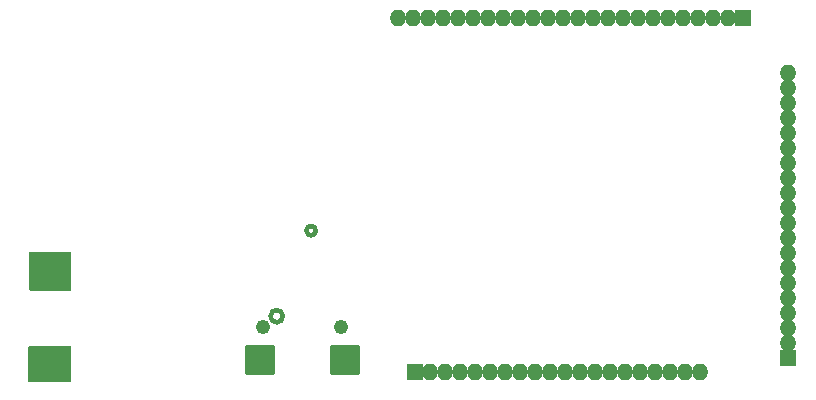
<source format=gbr>
G04 #@! TF.GenerationSoftware,KiCad,Pcbnew,9.0.1*
G04 #@! TF.CreationDate,2025-08-14T12:18:44-07:00*
G04 #@! TF.ProjectId,EL_PSU,454c5f50-5355-42e6-9b69-6361645f7063,rev?*
G04 #@! TF.SameCoordinates,Original*
G04 #@! TF.FileFunction,Soldermask,Bot*
G04 #@! TF.FilePolarity,Negative*
%FSLAX46Y46*%
G04 Gerber Fmt 4.6, Leading zero omitted, Abs format (unit mm)*
G04 Created by KiCad (PCBNEW 9.0.1) date 2025-08-14 12:18:44*
%MOMM*%
%LPD*%
G01*
G04 APERTURE LIST*
G04 Aperture macros list*
%AMRoundRect*
0 Rectangle with rounded corners*
0 $1 Rounding radius*
0 $2 $3 $4 $5 $6 $7 $8 $9 X,Y pos of 4 corners*
0 Add a 4 corners polygon primitive as box body*
4,1,4,$2,$3,$4,$5,$6,$7,$8,$9,$2,$3,0*
0 Add four circle primitives for the rounded corners*
1,1,$1+$1,$2,$3*
1,1,$1+$1,$4,$5*
1,1,$1+$1,$6,$7*
1,1,$1+$1,$8,$9*
0 Add four rect primitives between the rounded corners*
20,1,$1+$1,$2,$3,$4,$5,0*
20,1,$1+$1,$4,$5,$6,$7,0*
20,1,$1+$1,$6,$7,$8,$9,0*
20,1,$1+$1,$8,$9,$2,$3,0*%
G04 Aperture macros list end*
%ADD10C,0.400000*%
%ADD11C,1.244600*%
%ADD12RoundRect,0.050800X1.206500X-1.206500X1.206500X1.206500X-1.206500X1.206500X-1.206500X-1.206500X0*%
%ADD13RoundRect,0.200000X0.500000X0.500000X-0.500000X0.500000X-0.500000X-0.500000X0.500000X-0.500000X0*%
%ADD14O,1.400000X1.400000*%
%ADD15RoundRect,0.200000X0.500000X-0.500000X0.500000X0.500000X-0.500000X0.500000X-0.500000X-0.500000X0*%
%ADD16RoundRect,0.200000X-0.500000X0.500000X-0.500000X-0.500000X0.500000X-0.500000X0.500000X0.500000X0*%
G04 APERTURE END LIST*
D10*
X145308609Y-93218000D02*
G75*
G02*
X144505391Y-93218000I-401609J0D01*
G01*
X144505391Y-93218000D02*
G75*
G02*
X145308609Y-93218000I401609J0D01*
G01*
X142509634Y-100457000D02*
G75*
G02*
X141462366Y-100457000I-523634J0D01*
G01*
X141462366Y-100457000D02*
G75*
G02*
X142509634Y-100457000I523634J0D01*
G01*
D11*
X140845000Y-101335000D03*
X147445000Y-101335000D03*
D12*
X140545000Y-104135000D03*
X147745000Y-104135000D03*
D13*
X185293000Y-104013000D03*
D14*
X185293000Y-102743000D03*
X185293000Y-101473000D03*
X185293000Y-100203000D03*
X185293000Y-98933000D03*
X185293000Y-97663000D03*
X185293000Y-96393000D03*
X185293000Y-95123000D03*
X185293000Y-93853000D03*
X185293000Y-92583000D03*
X185293000Y-91313000D03*
X185293000Y-90043000D03*
X185293000Y-88773000D03*
X185293000Y-87503000D03*
X185293000Y-86233000D03*
X185293000Y-84963000D03*
X185293000Y-83693000D03*
X185293000Y-82423000D03*
X185293000Y-81153000D03*
X185293000Y-79883000D03*
D15*
X153670000Y-105156000D03*
D14*
X154940000Y-105156000D03*
X156210000Y-105156000D03*
X157480000Y-105156000D03*
X158750000Y-105156000D03*
X160020000Y-105156000D03*
X161290000Y-105156000D03*
X162560000Y-105156000D03*
X163830000Y-105156000D03*
X165100000Y-105156000D03*
X166370000Y-105156000D03*
X167640000Y-105156000D03*
X168910000Y-105156000D03*
X170180000Y-105156000D03*
X171450000Y-105156000D03*
X172720000Y-105156000D03*
X173990000Y-105156000D03*
X175260000Y-105156000D03*
X176530000Y-105156000D03*
X177800000Y-105156000D03*
D16*
X181500000Y-75184000D03*
D14*
X180230000Y-75184000D03*
X178960000Y-75184000D03*
X177690000Y-75184000D03*
X176420000Y-75184000D03*
X175150000Y-75184000D03*
X173880000Y-75184000D03*
X172610000Y-75184000D03*
X171340000Y-75184000D03*
X170070000Y-75184000D03*
X168800000Y-75184000D03*
X167530000Y-75184000D03*
X166260000Y-75184000D03*
X164990000Y-75184000D03*
X163720000Y-75184000D03*
X162450000Y-75184000D03*
X161180000Y-75184000D03*
X159910000Y-75184000D03*
X158640000Y-75184000D03*
X157370000Y-75184000D03*
X156100000Y-75184000D03*
X154830000Y-75184000D03*
X153560000Y-75184000D03*
X152290000Y-75184000D03*
G36*
X124529121Y-95016002D02*
G01*
X124575614Y-95069658D01*
X124587000Y-95122000D01*
X124587000Y-98172000D01*
X124566998Y-98240121D01*
X124513342Y-98286614D01*
X124461000Y-98298000D01*
X121157000Y-98298000D01*
X121088879Y-98277998D01*
X121042386Y-98224342D01*
X121031000Y-98172000D01*
X121031000Y-95122000D01*
X121051002Y-95053879D01*
X121104658Y-95007386D01*
X121157000Y-94996000D01*
X124461000Y-94996000D01*
X124529121Y-95016002D01*
G37*
G36*
X124529121Y-103017002D02*
G01*
X124575614Y-103070658D01*
X124587000Y-103123000D01*
X124587000Y-105919000D01*
X124566998Y-105987121D01*
X124513342Y-106033614D01*
X124461000Y-106045000D01*
X121030000Y-106045000D01*
X120961879Y-106024998D01*
X120915386Y-105971342D01*
X120904000Y-105919000D01*
X120904000Y-103123000D01*
X120924002Y-103054879D01*
X120977658Y-103008386D01*
X121030000Y-102997000D01*
X124461000Y-102997000D01*
X124529121Y-103017002D01*
G37*
M02*

</source>
